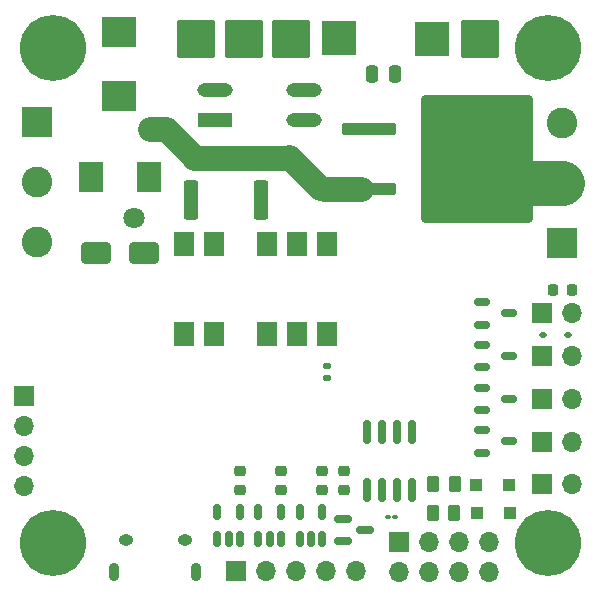
<source format=gbs>
G04 #@! TF.GenerationSoftware,KiCad,Pcbnew,(7.0.0)*
G04 #@! TF.CreationDate,2023-09-29T14:02:52-04:00*
G04 #@! TF.ProjectId,_HW_HotPlate,5f48575f-486f-4745-906c-6174652e6b69,rev?*
G04 #@! TF.SameCoordinates,Original*
G04 #@! TF.FileFunction,Soldermask,Bot*
G04 #@! TF.FilePolarity,Negative*
%FSLAX46Y46*%
G04 Gerber Fmt 4.6, Leading zero omitted, Abs format (unit mm)*
G04 Created by KiCad (PCBNEW (7.0.0)) date 2023-09-29 14:02:52*
%MOMM*%
%LPD*%
G01*
G04 APERTURE LIST*
G04 Aperture macros list*
%AMRoundRect*
0 Rectangle with rounded corners*
0 $1 Rounding radius*
0 $2 $3 $4 $5 $6 $7 $8 $9 X,Y pos of 4 corners*
0 Add a 4 corners polygon primitive as box body*
4,1,4,$2,$3,$4,$5,$6,$7,$8,$9,$2,$3,0*
0 Add four circle primitives for the rounded corners*
1,1,$1+$1,$2,$3*
1,1,$1+$1,$4,$5*
1,1,$1+$1,$6,$7*
1,1,$1+$1,$8,$9*
0 Add four rect primitives between the rounded corners*
20,1,$1+$1,$2,$3,$4,$5,0*
20,1,$1+$1,$4,$5,$6,$7,0*
20,1,$1+$1,$6,$7,$8,$9,0*
20,1,$1+$1,$8,$9,$2,$3,0*%
G04 Aperture macros list end*
%ADD10C,2.159000*%
%ADD11C,3.810000*%
%ADD12R,2.600000X2.600000*%
%ADD13C,2.600000*%
%ADD14R,1.700000X1.700000*%
%ADD15O,1.700000X1.700000*%
%ADD16C,3.600000*%
%ADD17C,5.600000*%
%ADD18O,0.890000X1.550000*%
%ADD19O,1.250000X0.950000*%
%ADD20RoundRect,0.102000X-1.500000X-1.500000X1.500000X-1.500000X1.500000X1.500000X-1.500000X1.500000X0*%
%ADD21R,3.000000X3.000000*%
%ADD22C,1.800000*%
%ADD23R,2.997200X1.193800*%
%ADD24O,2.997200X1.193800*%
%ADD25RoundRect,0.150000X0.150000X-0.512500X0.150000X0.512500X-0.150000X0.512500X-0.150000X-0.512500X0*%
%ADD26RoundRect,0.250000X-0.362500X-1.425000X0.362500X-1.425000X0.362500X1.425000X-0.362500X1.425000X0*%
%ADD27RoundRect,0.150000X-0.587500X-0.150000X0.587500X-0.150000X0.587500X0.150000X-0.587500X0.150000X0*%
%ADD28RoundRect,0.250000X-2.050000X-0.300000X2.050000X-0.300000X2.050000X0.300000X-2.050000X0.300000X0*%
%ADD29RoundRect,0.250002X-4.449998X-5.149998X4.449998X-5.149998X4.449998X5.149998X-4.449998X5.149998X0*%
%ADD30RoundRect,0.225000X0.250000X-0.225000X0.250000X0.225000X-0.250000X0.225000X-0.250000X-0.225000X0*%
%ADD31RoundRect,0.250000X-1.000000X-0.650000X1.000000X-0.650000X1.000000X0.650000X-1.000000X0.650000X0*%
%ADD32RoundRect,0.250000X0.262500X0.450000X-0.262500X0.450000X-0.262500X-0.450000X0.262500X-0.450000X0*%
%ADD33RoundRect,0.250000X0.300000X0.300000X-0.300000X0.300000X-0.300000X-0.300000X0.300000X-0.300000X0*%
%ADD34R,1.780000X2.000000*%
%ADD35RoundRect,0.150000X-0.512500X-0.150000X0.512500X-0.150000X0.512500X0.150000X-0.512500X0.150000X0*%
%ADD36RoundRect,0.100000X-0.130000X-0.100000X0.130000X-0.100000X0.130000X0.100000X-0.130000X0.100000X0*%
%ADD37R,2.100000X2.600000*%
%ADD38RoundRect,0.112500X0.187500X0.112500X-0.187500X0.112500X-0.187500X-0.112500X0.187500X-0.112500X0*%
%ADD39RoundRect,0.135000X0.185000X-0.135000X0.185000X0.135000X-0.185000X0.135000X-0.185000X-0.135000X0*%
%ADD40RoundRect,0.150000X0.150000X-0.825000X0.150000X0.825000X-0.150000X0.825000X-0.150000X-0.825000X0*%
%ADD41R,2.895600X2.603500*%
%ADD42RoundRect,0.250000X0.250000X0.475000X-0.250000X0.475000X-0.250000X-0.475000X0.250000X-0.475000X0*%
%ADD43RoundRect,0.218750X-0.218750X-0.256250X0.218750X-0.256250X0.218750X0.256250X-0.218750X0.256250X0*%
G04 APERTURE END LIST*
D10*
X131254500Y-140093700D02*
X128901330Y-137740530D01*
D11*
X162483800Y-142265400D02*
X156997400Y-142265400D01*
D10*
X141947900Y-142735300D02*
X139333024Y-140120424D01*
X145389600Y-142748000D02*
X142290800Y-142748000D01*
X139331700Y-140131800D02*
X131318000Y-140131800D01*
X128901330Y-137740530D02*
X127533400Y-137740530D01*
D12*
X162483799Y-147345399D03*
D13*
X162483800Y-142265400D03*
X162483800Y-137185400D03*
D14*
X134853999Y-175152599D03*
D15*
X137393999Y-175152599D03*
X139933999Y-175152599D03*
X142473999Y-175152599D03*
X145013999Y-175152599D03*
D16*
X119380000Y-130810000D03*
D17*
X119380000Y-130810000D03*
D14*
X116921999Y-160284799D03*
D15*
X116921999Y-162824799D03*
X116921999Y-165364799D03*
X116921999Y-167904799D03*
D14*
X160725799Y-164168399D03*
D15*
X163265799Y-164168399D03*
D14*
X160725799Y-153314799D03*
D15*
X163265799Y-153314799D03*
D16*
X161290000Y-172720000D03*
D17*
X161290000Y-172720000D03*
D14*
X160725799Y-160553799D03*
D15*
X163265799Y-160553799D03*
D14*
X148676999Y-172657599D03*
D15*
X148676999Y-175197599D03*
X151216999Y-172657599D03*
X151216999Y-175197599D03*
X153756999Y-172657599D03*
X153756999Y-175197599D03*
X156296999Y-172657599D03*
X156296999Y-175197599D03*
D14*
X160725799Y-156921599D03*
D15*
X163265799Y-156921599D03*
D12*
X118033599Y-137129599D03*
D13*
X118033600Y-142209600D03*
X118033600Y-147289600D03*
D16*
X161290000Y-130810000D03*
D17*
X161290000Y-130810000D03*
D16*
X119380000Y-172720000D03*
D17*
X119380000Y-172720000D03*
D18*
X124499999Y-175209199D03*
D19*
X125499999Y-172509199D03*
X130499999Y-172509199D03*
D18*
X131499999Y-175209199D03*
D14*
X160725799Y-167792799D03*
D15*
X163265799Y-167792799D03*
D20*
X131500400Y-130048000D03*
X135500400Y-130048000D03*
X139500400Y-130048000D03*
D21*
X143540399Y-130017999D03*
X151470399Y-130047999D03*
D20*
X155500400Y-130048000D03*
D22*
X127497600Y-137753400D03*
X126197600Y-145253400D03*
D23*
X133108699Y-136905999D03*
D24*
X133108699Y-134416799D03*
X140601699Y-134416799D03*
X140601699Y-136905999D03*
D25*
X138643400Y-172409700D03*
X137693400Y-172409700D03*
X136743400Y-172409700D03*
X136743400Y-170134700D03*
X138643400Y-170134700D03*
D26*
X130997100Y-143687800D03*
X136922100Y-143687800D03*
D27*
X143918700Y-172628600D03*
X143918700Y-170728600D03*
X145793700Y-171678600D03*
D28*
X146100800Y-142824200D03*
D29*
X155250800Y-140284200D03*
D28*
X146100800Y-137744200D03*
D30*
X142138400Y-168237200D03*
X142138400Y-166687200D03*
D31*
X123018800Y-148234400D03*
X127018800Y-148234400D03*
D32*
X153337900Y-170180000D03*
X151512900Y-170180000D03*
D33*
X157991000Y-167817800D03*
X155191000Y-167817800D03*
D34*
X130454399Y-147421599D03*
X132994399Y-147421599D03*
X132994399Y-155041599D03*
X130454399Y-155041599D03*
D35*
X155656700Y-161503400D03*
X155656700Y-159603400D03*
X157931700Y-160553400D03*
X155656700Y-154264400D03*
X155656700Y-152364400D03*
X157931700Y-153314400D03*
D36*
X147685800Y-170586400D03*
X148325800Y-170586400D03*
D37*
X127468799Y-141757399D03*
X122568799Y-141757399D03*
D30*
X144018000Y-168237200D03*
X144018000Y-166687200D03*
D35*
X155656700Y-157871200D03*
X155656700Y-155971200D03*
X157931700Y-156921200D03*
D38*
X162975000Y-155143200D03*
X160875000Y-155143200D03*
D39*
X142519400Y-158830200D03*
X142519400Y-157810200D03*
D33*
X158016400Y-170180000D03*
X155216400Y-170180000D03*
D40*
X149758400Y-168311600D03*
X148488400Y-168311600D03*
X147218400Y-168311600D03*
X145948400Y-168311600D03*
X145948400Y-163361600D03*
X147218400Y-163361600D03*
X148488400Y-163361600D03*
X149758400Y-163361600D03*
D41*
X124942599Y-134905749D03*
X124942599Y-129508249D03*
D30*
X138658600Y-168237200D03*
X138658600Y-166687200D03*
D25*
X135163600Y-172409700D03*
X134213600Y-172409700D03*
X133263600Y-172409700D03*
X133263600Y-170134700D03*
X135163600Y-170134700D03*
D32*
X153363300Y-167792400D03*
X151538300Y-167792400D03*
D42*
X148270000Y-133045200D03*
X146370000Y-133045200D03*
D25*
X142123200Y-172435100D03*
X141173200Y-172435100D03*
X140223200Y-172435100D03*
X140223200Y-170160100D03*
X142123200Y-170160100D03*
D30*
X135178800Y-168237200D03*
X135178800Y-166687200D03*
D34*
X142519399Y-155066999D03*
X139979399Y-155066999D03*
X137439399Y-155066999D03*
X137439399Y-147446999D03*
X139979399Y-147446999D03*
X142519399Y-147446999D03*
D43*
X161696300Y-151333200D03*
X163271300Y-151333200D03*
D35*
X155656700Y-165110200D03*
X155656700Y-163210200D03*
X157931700Y-164160200D03*
M02*

</source>
